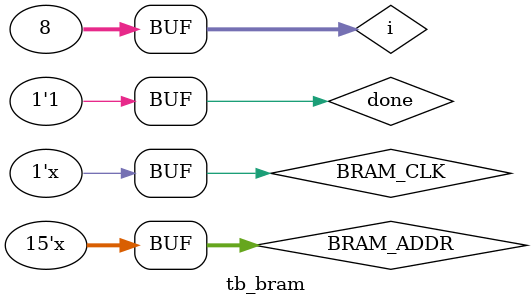
<source format=v>
`timescale 1ns / 1ps

module tb_bram # ();
  parameter BRAM_ADDR_WIDTH = 15;
  
  reg [BRAM_ADDR_WIDTH-1:0] BRAM_ADDR;
  reg BRAM_CLK;
  wire [31:0] BRAM_WRDATA1;
  wire [31:0] BRAM_RDDATA1;
  wire [31:0] BRAM_RDDATA2;
  reg done;
  
  reg [BRAM_ADDR_WIDTH-1:0] temp_ADDR1;
  reg [BRAM_ADDR_WIDTH-1:0] temp_ADDR2;  

  integer i;
  
  initial begin 
    BRAM_CLK <= 0;    
    #5;
    BRAM_ADDR<= 0;
    for(i=0; i<8; i=i+1) begin
      #10;
      BRAM_ADDR <= BRAM_ADDR+3'b100;
    end
    #10;
    done <= 1;
  end

  always #5 BRAM_CLK=~BRAM_CLK;

  always @(posedge BRAM_CLK) begin
    temp_ADDR1 <= BRAM_ADDR;
    temp_ADDR2 <= temp_ADDR1;
  end
 
 my_bram # (
 15, "input.txt", "output1.txt"
 ) bram1 (
    .BRAM_ADDR(BRAM_ADDR),
    .BRAM_CLK(BRAM_CLK),
    .BRAM_WRDATA(BRAM_WRDATA1),
    .BRAM_RDDATA(BRAM_RDDATA1),
    .BRAM_EN(1'b1),
    .BRAM_RST(1'b0),
    .BRAM_WE(4'b0000),
    .done(done)
  );

 my_bram # (
 15, "", "output2.txt"
  ) bram2 (
    .BRAM_ADDR(temp_ADDR2),
    .BRAM_CLK(BRAM_CLK),
    .BRAM_WRDATA(BRAM_RDDATA1),
    .BRAM_RDDATA(BRAM_RDDATA2),
    .BRAM_EN(1'b1),
    .BRAM_RST(1'b0),
    .BRAM_WE(4'b1111),
    .done(done)
  );    

endmodule

</source>
